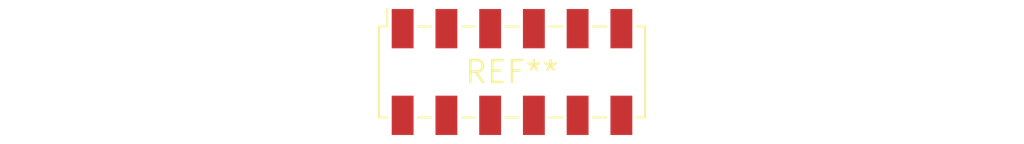
<source format=kicad_pcb>
(kicad_pcb (version 20240108) (generator pcbnew)
  (layers (0 "F.Cu" signal) (31 "B.Cu" signal) (34 "B.Paste" user) (35 "F.Paste" user) (36 "B.SilkS" user "B.Silkscreen") (37 "F.SilkS" user "F.Silkscreen") (38 "B.Mask" user) (39 "F.Mask" user) (44 "Edge.Cuts" user))
  (net 0 "")
  (footprint "Samtec_HLE-106-02-xxx-DV-LC_2x06_P2.54mm_Horizontal" (layer "F.Cu") (at 0 0)
    (property "Reference" "REF**")
    (property "Value" "Samtec_HLE-106-02-xxx-DV-LC_2x06_P2.54mm_Horizontal")
    (fp_line (start -7.73 -2.65) (end -7.73 2.65) (layer "F.SilkS") (stroke (width 0.12)))
    (fp_line (start -7.73 2.65) (end -7.245 2.65) (layer "F.SilkS") (stroke (width 0.12)))
    (fp_line (start -7.245 -3.67) (end -7.245 -2.65) (layer "F.SilkS") (stroke (width 0.12)))
    (fp_line (start -7.245 -2.65) (end -7.73 -2.65) (layer "F.SilkS") (stroke (width 0.12)))
    (fp_line (start -5.455 -2.65) (end -4.705 -2.65) (layer "F.SilkS") (stroke (width 0.12)))
    (fp_line (start -5.455 2.65) (end -4.705 2.65) (layer "F.SilkS") (stroke (width 0.12)))
    (fp_line (start -2.915 -2.65) (end -2.165 -2.65) (layer "F.SilkS") (stroke (width 0.12)))
    (fp_line (start -2.915 2.65) (end -2.165 2.65) (layer "F.SilkS") (stroke (width 0.12)))
    (fp_line (start -0.375 -2.65) (end 0.375 -2.65) (layer "F.SilkS") (stroke (width 0.12)))
    (fp_line (start -0.375 2.65) (end 0.375 2.65) (layer "F.SilkS") (stroke (width 0.12)))
    (fp_line (start 2.165 -2.65) (end 2.915 -2.65) (layer "F.SilkS") (stroke (width 0.12)))
    (fp_line (start 2.165 2.65) (end 2.915 2.65) (layer "F.SilkS") (stroke (width 0.12)))
    (fp_line (start 4.705 -2.65) (end 5.455 -2.65) (layer "F.SilkS") (stroke (width 0.12)))
    (fp_line (start 4.705 2.65) (end 5.455 2.65) (layer "F.SilkS") (stroke (width 0.12)))
    (fp_line (start 7.245 -2.65) (end 7.73 -2.65) (layer "F.SilkS") (stroke (width 0.12)))
    (fp_line (start 7.73 -2.65) (end 7.73 2.65) (layer "F.SilkS") (stroke (width 0.12)))
    (fp_line (start 7.73 2.65) (end 7.245 2.65) (layer "F.SilkS") (stroke (width 0.12)))
    (pad "" np_thru_hole circle (at -5.08 0) (size 1.19 1.19) (drill 1.19) (layers *.Cu *.Mask))
    (pad "" np_thru_hole circle (at 5.08 0) (size 1.19 1.19) (drill 1.19) (layers *.Cu *.Mask))
    (pad "1" smd rect (at -6.35 -2.525) (size 1.27 2.29) (layers "F.Cu" "F.Paste" "F.Mask"))
    (pad "2" smd rect (at -6.35 2.525) (size 1.27 2.29) (layers "F.Cu" "F.Paste" "F.Mask"))
    (pad "3" smd rect (at -3.81 -2.525) (size 1.27 2.29) (layers "F.Cu" "F.Paste" "F.Mask"))
    (pad "4" smd rect (at -3.81 2.525) (size 1.27 2.29) (layers "F.Cu" "F.Paste" "F.Mask"))
    (pad "5" smd rect (at -1.27 -2.525) (size 1.27 2.29) (layers "F.Cu" "F.Paste" "F.Mask"))
    (pad "6" smd rect (at -1.27 2.525) (size 1.27 2.29) (layers "F.Cu" "F.Paste" "F.Mask"))
    (pad "7" smd rect (at 1.27 -2.525) (size 1.27 2.29) (layers "F.Cu" "F.Paste" "F.Mask"))
    (pad "8" smd rect (at 1.27 2.525) (size 1.27 2.29) (layers "F.Cu" "F.Paste" "F.Mask"))
    (pad "9" smd rect (at 3.81 -2.525) (size 1.27 2.29) (layers "F.Cu" "F.Paste" "F.Mask"))
    (pad "10" smd rect (at 3.81 2.525) (size 1.27 2.29) (layers "F.Cu" "F.Paste" "F.Mask"))
    (pad "11" smd rect (at 6.35 -2.525) (size 1.27 2.29) (layers "F.Cu" "F.Paste" "F.Mask"))
    (pad "12" smd rect (at 6.35 2.525) (size 1.27 2.29) (layers "F.Cu" "F.Paste" "F.Mask"))
  )
)
</source>
